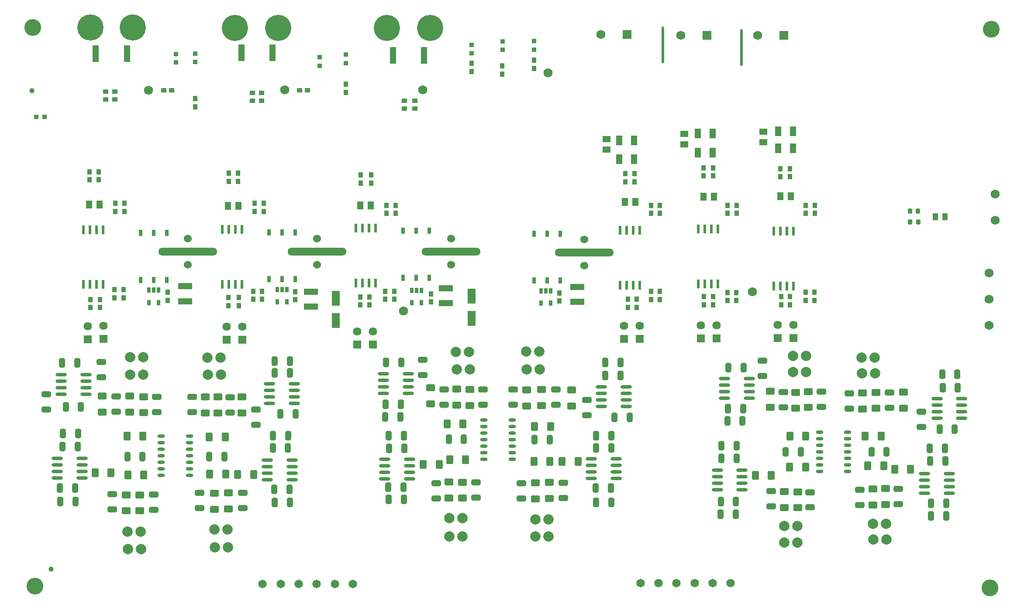
<source format=gbr>
%TF.GenerationSoftware,KiCad,Pcbnew,(5.99.0-10177-gd878cbddbc)*%
%TF.CreationDate,2021-05-19T16:56:41+02:00*%
%TF.ProjectId,PowerMeterDeng,506f7765-724d-4657-9465-7244656e672e,rev?*%
%TF.SameCoordinates,Original*%
%TF.FileFunction,Soldermask,Top*%
%TF.FilePolarity,Negative*%
%FSLAX46Y46*%
G04 Gerber Fmt 4.6, Leading zero omitted, Abs format (unit mm)*
G04 Created by KiCad (PCBNEW (5.99.0-10177-gd878cbddbc)) date 2021-05-19 16:56:41*
%MOMM*%
%LPD*%
G01*
G04 APERTURE LIST*
G04 Aperture macros list*
%AMRoundRect*
0 Rectangle with rounded corners*
0 $1 Rounding radius*
0 $2 $3 $4 $5 $6 $7 $8 $9 X,Y pos of 4 corners*
0 Add a 4 corners polygon primitive as box body*
4,1,4,$2,$3,$4,$5,$6,$7,$8,$9,$2,$3,0*
0 Add four circle primitives for the rounded corners*
1,1,$1+$1,$2,$3*
1,1,$1+$1,$4,$5*
1,1,$1+$1,$6,$7*
1,1,$1+$1,$8,$9*
0 Add four rect primitives between the rounded corners*
20,1,$1+$1,$2,$3,$4,$5,0*
20,1,$1+$1,$4,$5,$6,$7,0*
20,1,$1+$1,$6,$7,$8,$9,0*
20,1,$1+$1,$8,$9,$2,$3,0*%
G04 Aperture macros list end*
%ADD10RoundRect,0.225000X0.225000X0.250000X-0.225000X0.250000X-0.225000X-0.250000X0.225000X-0.250000X0*%
%ADD11RoundRect,0.250000X0.262500X0.450000X-0.262500X0.450000X-0.262500X-0.450000X0.262500X-0.450000X0*%
%ADD12R,0.939800X0.990600*%
%ADD13R,1.625600X1.625600*%
%ADD14C,1.625600*%
%ADD15O,2.200001X0.599999*%
%ADD16C,1.651000*%
%ADD17RoundRect,0.250000X0.400000X0.625000X-0.400000X0.625000X-0.400000X-0.625000X0.400000X-0.625000X0*%
%ADD18RoundRect,0.250000X-0.650000X0.325000X-0.650000X-0.325000X0.650000X-0.325000X0.650000X0.325000X0*%
%ADD19RoundRect,0.249550X-0.650450X0.325450X-0.650450X-0.325450X0.650450X-0.325450X0.650450X0.325450X0*%
%ADD20RoundRect,0.250000X-0.400000X-0.625000X0.400000X-0.625000X0.400000X0.625000X-0.400000X0.625000X0*%
%ADD21RoundRect,0.250000X0.650000X-0.325000X0.650000X0.325000X-0.650000X0.325000X-0.650000X-0.325000X0*%
%ADD22RoundRect,0.249550X0.650450X-0.325450X0.650450X0.325450X-0.650450X0.325450X-0.650450X-0.325450X0*%
%ADD23RoundRect,0.250000X0.625000X-0.400000X0.625000X0.400000X-0.625000X0.400000X-0.625000X-0.400000X0*%
%ADD24RoundRect,0.250000X0.325000X0.650000X-0.325000X0.650000X-0.325000X-0.650000X0.325000X-0.650000X0*%
%ADD25RoundRect,0.249550X0.325450X0.650450X-0.325450X0.650450X-0.325450X-0.650450X0.325450X-0.650450X0*%
%ADD26R,0.990600X0.939800*%
%ADD27R,2.692400X1.295400*%
%ADD28R,0.812800X0.812800*%
%ADD29C,5.080000*%
%ADD30C,1.778000*%
%ADD31RoundRect,0.250000X-0.325000X-0.650000X0.325000X-0.650000X0.325000X0.650000X-0.325000X0.650000X0*%
%ADD32RoundRect,0.249550X-0.325450X-0.650450X0.325450X-0.650450X0.325450X0.650450X-0.325450X0.650450X0*%
%ADD33RoundRect,0.249600X-0.625400X0.400400X-0.625400X-0.400400X0.625400X-0.400400X0.625400X0.400400X0*%
%ADD34RoundRect,0.250000X-0.625000X0.400000X-0.625000X-0.400000X0.625000X-0.400000X0.625000X0.400000X0*%
%ADD35O,0.508000X7.162800*%
%ADD36C,2.000000*%
%ADD37R,1.295400X1.828800*%
%ADD38O,11.430000X1.498600*%
%ADD39C,3.251200*%
%ADD40R,1.210000X3.320000*%
%ADD41R,1.727200X1.727200*%
%ADD42C,1.727200*%
%ADD43R,0.635000X1.270000*%
%ADD44RoundRect,0.249600X0.625400X-0.400400X0.625400X0.400400X-0.625400X0.400400X-0.625400X-0.400400X0*%
%ADD45R,0.635000X1.092200*%
%ADD46R,0.600000X1.800000*%
%ADD47C,0.990600*%
%ADD48R,1.270000X1.600200*%
%ADD49C,1.524000*%
%ADD50R,1.600200X1.270000*%
%ADD51C,1.752600*%
%ADD52O,1.450000X0.599999*%
%ADD53R,1.574800X2.997200*%
G04 APERTURE END LIST*
D10*
%TO.C,C52*%
X251040600Y-56845200D03*
X252590600Y-56845200D03*
%TD*%
%TO.C,C53*%
X251091400Y-58978800D03*
X252641400Y-58978800D03*
%TD*%
D11*
%TO.C,R98*%
X255983100Y-57962800D03*
X257808100Y-57962800D03*
%TD*%
D12*
%TO.C,R4*%
X93786800Y-49199800D03*
X93786800Y-50774600D03*
%TD*%
D13*
%TO.C,J26*%
X228432200Y-81534000D03*
D14*
X228432200Y-78994000D03*
%TD*%
D12*
%TO.C,C43*%
X217459400Y-55727600D03*
X217459400Y-57302400D03*
%TD*%
D15*
%TO.C,U31*%
X148997199Y-88458400D03*
X148997199Y-89728400D03*
X148997199Y-90998400D03*
X148997199Y-92268400D03*
X153797199Y-92268400D03*
X153797199Y-90998400D03*
X153797199Y-89728400D03*
X153797199Y-88458400D03*
%TD*%
D16*
%TO.C,J8*%
X125538695Y-129226300D03*
X129038698Y-129226300D03*
X132538699Y-129226300D03*
X136038700Y-129226300D03*
X139538700Y-129226300D03*
X143038701Y-129226300D03*
%TD*%
D17*
%TO.C,R109*%
X181357200Y-98651200D03*
X178257200Y-98651200D03*
%TD*%
D15*
%TO.C,U29*%
X131228800Y-108991400D03*
X131228800Y-107721400D03*
X131228800Y-106451400D03*
X131228800Y-105181400D03*
X126428800Y-105181400D03*
X126428800Y-106451400D03*
X126428800Y-107721400D03*
X126428800Y-108991400D03*
%TD*%
D13*
%TO.C,J27*%
X225384200Y-81508600D03*
D14*
X225384200Y-78968600D03*
%TD*%
D18*
%TO.C,C196*%
X188422999Y-93518600D03*
D19*
X188422999Y-96468600D03*
%TD*%
D18*
%TO.C,C24*%
X96367600Y-111783000D03*
D19*
X96367600Y-114733000D03*
%TD*%
D20*
%TO.C,R30*%
X99237200Y-100584000D03*
X102337200Y-100584000D03*
%TD*%
D21*
%TO.C,C210*%
X222478600Y-88876400D03*
D22*
X222478600Y-85926400D03*
%TD*%
D20*
%TO.C,R113*%
X178155600Y-105458400D03*
X181255600Y-105458400D03*
%TD*%
D23*
%TO.C,R50*%
X116179600Y-114732400D03*
X116179600Y-111632400D03*
%TD*%
D24*
%TO.C,C222*%
X257913400Y-105333800D03*
D25*
X254963400Y-105333800D03*
%TD*%
D26*
%TO.C,FB6*%
X155051600Y-35458400D03*
X155051600Y-36931600D03*
%TD*%
D25*
%TO.C,C186*%
X118111800Y-104495600D03*
D24*
X115161800Y-104495600D03*
%TD*%
%TO.C,C223*%
X257862600Y-102920800D03*
D25*
X254912600Y-102920800D03*
%TD*%
D18*
%TO.C,C22*%
X105003600Y-92911400D03*
X105003600Y-95861400D03*
%TD*%
D12*
%TO.C,C31*%
X98739800Y-55346600D03*
X98739800Y-56921400D03*
%TD*%
D20*
%TO.C,R112*%
X183609399Y-105433000D03*
X186709399Y-105433000D03*
%TD*%
%TO.C,R42*%
X115188400Y-100736400D03*
X118288400Y-100736400D03*
%TD*%
D24*
%TO.C,C215*%
X260252000Y-88504200D03*
D25*
X257302000Y-88504200D03*
%TD*%
D27*
%TO.C,C25*%
X161096800Y-74726800D03*
X161096800Y-71831200D03*
%TD*%
D28*
%TO.C,D2*%
X108772800Y-27990800D03*
X108772800Y-26365200D03*
%TD*%
D17*
%TO.C,R46*%
X123774800Y-108000800D03*
X120674800Y-108000800D03*
%TD*%
D29*
%TO.C,TP7*%
X149666800Y-21336000D03*
%TD*%
D28*
%TO.C,D6*%
X166049800Y-26212800D03*
X166049800Y-24587200D03*
%TD*%
D30*
%TO.C,TP16*%
X180898800Y-30022800D03*
%TD*%
D17*
%TO.C,R48*%
X118390000Y-107899200D03*
X115290000Y-107899200D03*
%TD*%
D31*
%TO.C,C213*%
X215745800Y-95224600D03*
D32*
X218695800Y-95224600D03*
%TD*%
D33*
%TO.C,R110*%
X179629400Y-91487800D03*
D34*
X179629400Y-94587800D03*
%TD*%
D31*
%TO.C,C204*%
X190194000Y-113434000D03*
D32*
X193144000Y-113434000D03*
%TD*%
D12*
%TO.C,C56*%
X151038400Y-72415400D03*
X151038400Y-73990200D03*
%TD*%
%TO.C,C62*%
X217383200Y-72669400D03*
X217383200Y-74244200D03*
%TD*%
D29*
%TO.C,TP8*%
X158048800Y-21336000D03*
%TD*%
D24*
%TO.C,C202*%
X193144000Y-100454600D03*
D25*
X190194000Y-100454600D03*
%TD*%
D35*
%TO.C,*%
X218399200Y-25069800D03*
%TD*%
D36*
%TO.C,TP29*%
X230886000Y-88061800D03*
X228346000Y-88061800D03*
%TD*%
D13*
%TO.C,J20*%
X146923600Y-82778600D03*
D14*
X146923600Y-80238600D03*
%TD*%
D30*
%TO.C,TP17*%
X220472000Y-72542400D03*
%TD*%
D12*
%TO.C,C38*%
X151292400Y-55727600D03*
X151292400Y-57302400D03*
%TD*%
D37*
%TO.C,R72*%
X209890200Y-41808400D03*
X212785800Y-41808400D03*
%TD*%
D27*
%TO.C,C14*%
X134934800Y-75438000D03*
X134934800Y-72542400D03*
%TD*%
D13*
%TO.C,J21*%
X143875600Y-82778600D03*
D14*
X143875600Y-80238600D03*
%TD*%
D36*
%TO.C,TP21*%
X165684800Y-87602200D03*
X163144800Y-87602200D03*
%TD*%
D12*
%TO.C,C5*%
X107121800Y-74193400D03*
X107121800Y-72618600D03*
%TD*%
%TO.C,R26*%
X146593400Y-49860200D03*
X146593400Y-51435000D03*
%TD*%
%TO.C,R57*%
X178140200Y-27584400D03*
X178140200Y-29159200D03*
%TD*%
D36*
%TO.C,TP15*%
X99364800Y-119049200D03*
X101904800Y-119049200D03*
%TD*%
D23*
%TO.C,R111*%
X176759200Y-94664000D03*
X176759200Y-91564000D03*
%TD*%
D12*
%TO.C,C8*%
X149539800Y-57302400D03*
X149539800Y-55727600D03*
%TD*%
D38*
%TO.C,*%
X111058800Y-64770000D03*
%TD*%
D37*
%TO.C,R84*%
X225511200Y-44627800D03*
X228406800Y-44627800D03*
%TD*%
D34*
%TO.C,R131*%
X241858800Y-92201400D03*
X241858800Y-95301400D03*
%TD*%
D39*
%TO.C,MH2*%
X81381600Y-129641600D03*
%TD*%
D36*
%TO.C,TP33*%
X229260400Y-117982700D03*
X226720400Y-117982700D03*
%TD*%
D40*
%TO.C,R9*%
X121435000Y-26111200D03*
X127485000Y-26111200D03*
%TD*%
D24*
%TO.C,C207*%
X164569000Y-101165800D03*
D25*
X161619000Y-101165800D03*
%TD*%
D20*
%TO.C,R129*%
X242340800Y-100558600D03*
X245440800Y-100558600D03*
%TD*%
D12*
%TO.C,C3*%
X124012800Y-56921400D03*
X124012800Y-55346600D03*
%TD*%
D34*
%TO.C,R36*%
X99060000Y-111937200D03*
D33*
X99060000Y-115037200D03*
%TD*%
D23*
%TO.C,R38*%
X121564400Y-96038000D03*
X121564400Y-92938000D03*
%TD*%
D39*
%TO.C,MH3*%
X266852400Y-21590000D03*
%TD*%
D41*
%TO.C,J15*%
X211693600Y-22758400D03*
D42*
X206613600Y-22758400D03*
%TD*%
D17*
%TO.C,R132*%
X224155600Y-108204000D03*
X221055600Y-108204000D03*
%TD*%
D31*
%TO.C,C212*%
X215644200Y-97586800D03*
D32*
X218594200Y-97586800D03*
%TD*%
D36*
%TO.C,TP22*%
X161740599Y-116456000D03*
X164280599Y-116456000D03*
%TD*%
D12*
%TO.C,C64*%
X215706800Y-74244200D03*
X215706800Y-72669400D03*
%TD*%
D39*
%TO.C,MH2*%
X266547600Y-130048000D03*
%TD*%
D31*
%TO.C,C216*%
X256794000Y-99197600D03*
D32*
X259744000Y-99197600D03*
%TD*%
D24*
%TO.C,C227*%
X229870000Y-103581200D03*
D25*
X226920000Y-103581200D03*
%TD*%
D36*
%TO.C,TP23*%
X164324198Y-119986600D03*
X161784198Y-119986600D03*
%TD*%
D43*
%TO.C,T2*%
X126806800Y-70104000D03*
X129346800Y-70104000D03*
X131886800Y-70104000D03*
X131886800Y-60985400D03*
X129346800Y-60985400D03*
X126806800Y-60985400D03*
%TD*%
D13*
%TO.C,J11*%
X91602400Y-81737200D03*
D14*
X91602400Y-79197200D03*
%TD*%
D44*
%TO.C,R122*%
X161664399Y-112545000D03*
D23*
X161664399Y-109445000D03*
%TD*%
D18*
%TO.C,C164*%
X248742200Y-110793000D03*
D19*
X248742200Y-113743000D03*
%TD*%
D18*
%TO.C,C48*%
X159175199Y-109672400D03*
D19*
X159175199Y-112622400D03*
%TD*%
D27*
%TO.C,C50*%
X186547600Y-74472800D03*
X186547600Y-71577200D03*
%TD*%
D21*
%TO.C,C35*%
X119227600Y-95963000D03*
D22*
X119227600Y-93013000D03*
%TD*%
D18*
%TO.C,C29*%
X104444800Y-111910600D03*
X104444800Y-114860600D03*
%TD*%
D12*
%TO.C,C19*%
X230819800Y-57302400D03*
X230819800Y-55727600D03*
%TD*%
D24*
%TO.C,C191*%
X152440399Y-86223200D03*
D25*
X149490399Y-86223200D03*
%TD*%
D39*
%TO.C,MH1*%
X80975200Y-21183600D03*
%TD*%
D43*
%TO.C,T1*%
X101914800Y-70231000D03*
X104454800Y-70231000D03*
X106994800Y-70231000D03*
X106994800Y-61112400D03*
X104454800Y-61112400D03*
X101914800Y-61112400D03*
%TD*%
D26*
%TO.C,FB5*%
X153019600Y-35458400D03*
X153019600Y-36931600D03*
%TD*%
D15*
%TO.C,U36*%
X215074800Y-89357200D03*
X215074800Y-90627200D03*
X215074800Y-91897200D03*
X215074800Y-93167200D03*
X219874800Y-93167200D03*
X219874800Y-91897200D03*
X219874800Y-90627200D03*
X219874800Y-89357200D03*
%TD*%
D18*
%TO.C,C41*%
X175685199Y-109672400D03*
X175685199Y-112622400D03*
%TD*%
D21*
%TO.C,C158*%
X226517200Y-94947000D03*
D22*
X226517200Y-91997000D03*
%TD*%
D36*
%TO.C,TP35*%
X243916200Y-120624900D03*
X246456200Y-120624900D03*
%TD*%
D45*
%TO.C,U4*%
X130286600Y-72085200D03*
X129346800Y-72085200D03*
X128407000Y-72085200D03*
X128407000Y-74472800D03*
X130286600Y-74472800D03*
%TD*%
D34*
%TO.C,R115*%
X178402999Y-109622800D03*
X178402999Y-112722800D03*
%TD*%
D45*
%TO.C,U10*%
X181391400Y-72339200D03*
X180451600Y-72339200D03*
X179511800Y-72339200D03*
X179511800Y-74726800D03*
X181391400Y-74726800D03*
%TD*%
D46*
%TO.C,U12*%
X213791800Y-60309700D03*
X212521800Y-60309700D03*
X211251800Y-60309700D03*
X209981800Y-60309700D03*
X209981800Y-70969700D03*
X211251800Y-70969700D03*
X212521800Y-70969700D03*
X213791800Y-70969700D03*
%TD*%
D24*
%TO.C,C183*%
X130508800Y-100482400D03*
D25*
X127558800Y-100482400D03*
%TD*%
D24*
%TO.C,C219*%
X217476600Y-102387400D03*
D25*
X214526600Y-102387400D03*
%TD*%
D47*
%TO.C,FID1*%
X80832800Y-33528000D03*
%TD*%
D12*
%TO.C,R12*%
X118932800Y-73634600D03*
X118932800Y-75209400D03*
%TD*%
D47*
%TO.C,FID2*%
X84531200Y-126390400D03*
%TD*%
D16*
%TO.C,J29*%
X198801195Y-129082800D03*
X202301198Y-129082800D03*
X205801199Y-129082800D03*
X209301200Y-129082800D03*
X212801200Y-129082800D03*
X216301201Y-129082800D03*
%TD*%
D24*
%TO.C,C194*%
X194940199Y-86281400D03*
D25*
X191990199Y-86281400D03*
%TD*%
D29*
%TO.C,TP5*%
X128534000Y-21336000D03*
%TD*%
D12*
%TO.C,R3*%
X92135800Y-74015600D03*
X92135800Y-75590400D03*
%TD*%
D45*
%TO.C,U2*%
X105394600Y-72212200D03*
X104454800Y-72212200D03*
X103515000Y-72212200D03*
X103515000Y-74599800D03*
X105394600Y-74599800D03*
%TD*%
D15*
%TO.C,U33*%
X195992199Y-94790400D03*
X195992199Y-93520400D03*
X195992199Y-92250400D03*
X195992199Y-90980400D03*
X191192199Y-90980400D03*
X191192199Y-92250400D03*
X191192199Y-93520400D03*
X191192199Y-94790400D03*
%TD*%
D13*
%TO.C,J18*%
X121599800Y-81838800D03*
D14*
X121599800Y-79298800D03*
%TD*%
D36*
%TO.C,TP53*%
X118719600Y-118668800D03*
X116179600Y-118668800D03*
%TD*%
D21*
%TO.C,C37*%
X113284000Y-114505000D03*
X113284000Y-111555000D03*
%TD*%
D38*
%TO.C,*%
X136077800Y-64770000D03*
%TD*%
D12*
%TO.C,C70*%
X230845200Y-74218800D03*
X230845200Y-72644000D03*
%TD*%
D15*
%TO.C,U28*%
X131686000Y-94208600D03*
X131686000Y-92938600D03*
X131686000Y-91668600D03*
X131686000Y-90398600D03*
X126886000Y-90398600D03*
X126886000Y-91668600D03*
X126886000Y-92938600D03*
X126886000Y-94208600D03*
%TD*%
D31*
%TO.C,C197*%
X193735598Y-96898600D03*
D32*
X196685598Y-96898600D03*
%TD*%
D13*
%TO.C,J22*%
X198688800Y-81661000D03*
D14*
X198688800Y-79121000D03*
%TD*%
D48*
%TO.C,C2*%
X93913800Y-55575200D03*
X91881800Y-55575200D03*
%TD*%
D36*
%TO.C,TP31*%
X241706400Y-85293200D03*
X244246400Y-85293200D03*
%TD*%
D13*
%TO.C,J23*%
X195615400Y-81686400D03*
D14*
X195615400Y-79146400D03*
%TD*%
D12*
%TO.C,R86*%
X225917600Y-48615600D03*
X225917600Y-50190400D03*
%TD*%
D28*
%TO.C,D11*%
X178191000Y-25501600D03*
X178191000Y-23876000D03*
%TD*%
D23*
%TO.C,R118*%
X163195600Y-94537000D03*
D44*
X163195600Y-91437000D03*
%TD*%
D48*
%TO.C,C61*%
X213039800Y-54076600D03*
X211007800Y-54076600D03*
%TD*%
D15*
%TO.C,U37*%
X261075400Y-97089400D03*
X261075400Y-95819400D03*
X261075400Y-94549400D03*
X261075400Y-93279400D03*
X256275400Y-93279400D03*
X256275400Y-94549400D03*
X256275400Y-95819400D03*
X256275400Y-97089400D03*
%TD*%
D13*
%TO.C,J25*%
X210550600Y-81584800D03*
D14*
X210550600Y-79044800D03*
%TD*%
D12*
%TO.C,C54*%
X125460600Y-72415400D03*
X125460600Y-73990200D03*
%TD*%
D20*
%TO.C,R125*%
X227761200Y-100558600D03*
X230861200Y-100558600D03*
%TD*%
D48*
%TO.C,C9*%
X120863200Y-55880000D03*
X118831200Y-55880000D03*
%TD*%
D12*
%TO.C,R7*%
X112455800Y-35026600D03*
X112455800Y-36601400D03*
%TD*%
D27*
%TO.C,C6*%
X110550800Y-74345800D03*
X110550800Y-71450200D03*
%TD*%
D31*
%TO.C,C225*%
X255141200Y-113614200D03*
D32*
X258091200Y-113614200D03*
%TD*%
D25*
%TO.C,C206*%
X181180600Y-101267400D03*
D24*
X178230600Y-101267400D03*
%TD*%
D33*
%TO.C,R126*%
X228879400Y-92049000D03*
D34*
X228879400Y-95149000D03*
%TD*%
D31*
%TO.C,C200*%
X149972999Y-112842400D03*
D32*
X152922999Y-112842400D03*
%TD*%
D23*
%TO.C,R139*%
X243840000Y-113919600D03*
X243840000Y-110819600D03*
%TD*%
D36*
%TO.C,TP52*%
X118795800Y-122097800D03*
X116255800Y-122097800D03*
%TD*%
D31*
%TO.C,C172*%
X87374200Y-94843600D03*
D32*
X90324200Y-94843600D03*
%TD*%
D46*
%TO.C,U3*%
X121539000Y-60411300D03*
X120269000Y-60411300D03*
X118999000Y-60411300D03*
X117729000Y-60411300D03*
X117729000Y-71071300D03*
X118999000Y-71071300D03*
X120269000Y-71071300D03*
X121539000Y-71071300D03*
%TD*%
D30*
%TO.C,TP6*%
X129829400Y-33324800D03*
%TD*%
D49*
%TO.C,C51*%
X187944600Y-67437000D03*
X187944600Y-62357000D03*
%TD*%
D12*
%TO.C,C11*%
X200847800Y-57302400D03*
X200847800Y-55727600D03*
%TD*%
%TO.C,R5*%
X94040800Y-74015600D03*
X94040800Y-75590400D03*
%TD*%
D15*
%TO.C,U38*%
X213703200Y-107111800D03*
X213703200Y-108381800D03*
X213703200Y-109651800D03*
X213703200Y-110921800D03*
X218503200Y-110921800D03*
X218503200Y-109651800D03*
X218503200Y-108381800D03*
X218503200Y-107111800D03*
%TD*%
D23*
%TO.C,R116*%
X158115600Y-94283000D03*
X158115600Y-91183000D03*
%TD*%
D12*
%TO.C,C45*%
X98587400Y-72110600D03*
X98587400Y-73685400D03*
%TD*%
D31*
%TO.C,C220*%
X214323400Y-115671600D03*
D32*
X217273400Y-115671600D03*
%TD*%
D18*
%TO.C,C156*%
X183863999Y-109621600D03*
D19*
X183863999Y-112571600D03*
%TD*%
D15*
%TO.C,U26*%
X86500000Y-88569800D03*
X86500000Y-89839800D03*
X86500000Y-91109800D03*
X86500000Y-92379800D03*
X91300000Y-92379800D03*
X91300000Y-91109800D03*
X91300000Y-89839800D03*
X91300000Y-88569800D03*
%TD*%
D21*
%TO.C,C170*%
X94234000Y-89105000D03*
D22*
X94234000Y-86155000D03*
%TD*%
D34*
%TO.C,R114*%
X181146199Y-109546600D03*
D33*
X181146199Y-112646600D03*
%TD*%
D35*
%TO.C,*%
X203108400Y-24638000D03*
%TD*%
D12*
%TO.C,R77*%
X212912800Y-48463200D03*
X212912800Y-50038000D03*
%TD*%
%TO.C,R55*%
X172018800Y-28676600D03*
X172018800Y-30251400D03*
%TD*%
D21*
%TO.C,C40*%
X160706400Y-94411200D03*
D22*
X160706400Y-91461200D03*
%TD*%
D12*
%TO.C,C13*%
X131886800Y-74066400D03*
X131886800Y-72491600D03*
%TD*%
D24*
%TO.C,C214*%
X260328200Y-91120400D03*
D25*
X257378200Y-91120400D03*
%TD*%
D31*
%TO.C,C224*%
X255166600Y-116001800D03*
D32*
X258116600Y-116001800D03*
%TD*%
D50*
%TO.C,R59*%
X192211800Y-42849800D03*
X192211800Y-44881800D03*
%TD*%
D28*
%TO.C,D1*%
X81671000Y-38608000D03*
X83296600Y-38608000D03*
%TD*%
D15*
%TO.C,U32*%
X149225799Y-104993800D03*
X149225799Y-106263800D03*
X149225799Y-107533800D03*
X149225799Y-108803800D03*
X154025799Y-108803800D03*
X154025799Y-107533800D03*
X154025799Y-106263800D03*
X154025799Y-104993800D03*
%TD*%
D12*
%TO.C,C1*%
X96961800Y-56921400D03*
X96961800Y-55346600D03*
%TD*%
%TO.C,R65*%
X197672800Y-49606200D03*
X197672800Y-51181000D03*
%TD*%
D15*
%TO.C,U39*%
X258699000Y-111633000D03*
X258699000Y-110363000D03*
X258699000Y-109093000D03*
X258699000Y-107823000D03*
X253899000Y-107823000D03*
X253899000Y-109093000D03*
X253899000Y-110363000D03*
X253899000Y-111633000D03*
%TD*%
D49*
%TO.C,C7*%
X111058800Y-67310000D03*
X111058800Y-62230000D03*
%TD*%
D24*
%TO.C,C211*%
X218822800Y-87249000D03*
D25*
X215872800Y-87249000D03*
%TD*%
D26*
%TO.C,FB4*%
X125333600Y-33934400D03*
X125333600Y-35407600D03*
%TD*%
D24*
%TO.C,C171*%
X89613000Y-86309200D03*
D25*
X86663000Y-86309200D03*
%TD*%
D26*
%TO.C,FB2*%
X96885600Y-33680400D03*
X96885600Y-35153600D03*
%TD*%
D12*
%TO.C,R23*%
X144459800Y-73507600D03*
X144459800Y-75082400D03*
%TD*%
D36*
%TO.C,TP26*%
X178402999Y-116710000D03*
X180942999Y-116710000D03*
%TD*%
D21*
%TO.C,C155*%
X168224800Y-94462000D03*
X168224800Y-91512000D03*
%TD*%
D28*
%TO.C,D4*%
X136585800Y-28625800D03*
X136585800Y-27000200D03*
%TD*%
D12*
%TO.C,R15*%
X120964800Y-73634600D03*
X120964800Y-75209400D03*
%TD*%
D31*
%TO.C,C184*%
X127912600Y-113385600D03*
D32*
X130862600Y-113385600D03*
%TD*%
D13*
%TO.C,J10*%
X94650400Y-81686400D03*
D14*
X94650400Y-79146400D03*
%TD*%
D31*
%TO.C,C180*%
X86205800Y-110591600D03*
D32*
X89155800Y-110591600D03*
%TD*%
D34*
%TO.C,R123*%
X164280599Y-109495800D03*
X164280599Y-112595800D03*
%TD*%
D12*
%TO.C,R74*%
X211007800Y-48463200D03*
X211007800Y-50038000D03*
%TD*%
D13*
%TO.C,J19*%
X118577200Y-81813400D03*
D14*
X118577200Y-79273400D03*
%TD*%
D24*
%TO.C,C199*%
X152948399Y-100498000D03*
D25*
X149998399Y-100498000D03*
%TD*%
D48*
%TO.C,C55*%
X197799800Y-55092600D03*
X195767800Y-55092600D03*
%TD*%
D31*
%TO.C,C205*%
X190143200Y-110665400D03*
D32*
X193093200Y-110665400D03*
%TD*%
D36*
%TO.C,TP11*%
X102412800Y-85191600D03*
X99872800Y-85191600D03*
%TD*%
D37*
%TO.C,R85*%
X225511200Y-41402000D03*
X228406800Y-41402000D03*
%TD*%
D18*
%TO.C,C177*%
X124206000Y-95400600D03*
D19*
X124206000Y-98350600D03*
%TD*%
D50*
%TO.C,R83*%
X222615600Y-41478200D03*
X222615600Y-43510200D03*
%TD*%
D34*
%TO.C,R134*%
X226669600Y-111301900D03*
D33*
X226669600Y-114401900D03*
%TD*%
D28*
%TO.C,D3*%
X112455800Y-26289000D03*
X112455800Y-27914600D03*
%TD*%
%TO.C,D9*%
X172095000Y-23901400D03*
X172095000Y-25527000D03*
%TD*%
D36*
%TO.C,TP28*%
X228346000Y-84963000D03*
X230886000Y-84963000D03*
%TD*%
D30*
%TO.C,TP9*%
X152816400Y-76225400D03*
%TD*%
D18*
%TO.C,C163*%
X231698800Y-111427700D03*
X231698800Y-114377700D03*
%TD*%
D12*
%TO.C,C67*%
X232521600Y-72644000D03*
X232521600Y-74218800D03*
%TD*%
D13*
%TO.C,J24*%
X213598600Y-81559400D03*
D14*
X213598600Y-79019400D03*
%TD*%
D36*
%TO.C,TP20*%
X163043200Y-84198600D03*
X165583200Y-84198600D03*
%TD*%
D12*
%TO.C,R63*%
X195894800Y-49606200D03*
X195894800Y-51181000D03*
%TD*%
D34*
%TO.C,R124*%
X223951800Y-91820400D03*
X223951800Y-94920400D03*
%TD*%
D46*
%TO.C,U11*%
X198653400Y-60563700D03*
X197383400Y-60563700D03*
X196113400Y-60563700D03*
X194843400Y-60563700D03*
X194843400Y-71223700D03*
X196113400Y-71223700D03*
X197383400Y-71223700D03*
X198653400Y-71223700D03*
%TD*%
D12*
%TO.C,R64*%
X196402800Y-73990200D03*
X196402800Y-75565000D03*
%TD*%
D20*
%TO.C,R120*%
X156659399Y-106093400D03*
X159759399Y-106093400D03*
%TD*%
D25*
%TO.C,C226*%
X246534200Y-103632000D03*
D24*
X243584200Y-103632000D03*
%TD*%
D12*
%TO.C,R75*%
X211134800Y-73482200D03*
X211134800Y-75057000D03*
%TD*%
D30*
%TO.C,TP10*%
X156575600Y-33350200D03*
%TD*%
D17*
%TO.C,R137*%
X245948800Y-106324400D03*
X242848800Y-106324400D03*
%TD*%
D36*
%TO.C,TP24*%
X176632200Y-84147800D03*
X179172200Y-84147800D03*
%TD*%
%TO.C,TP51*%
X114909600Y-88646000D03*
X117449600Y-88646000D03*
%TD*%
D26*
%TO.C,FB3*%
X123555600Y-33934400D03*
X123555600Y-35407600D03*
%TD*%
D24*
%TO.C,C174*%
X130810000Y-88265000D03*
D25*
X127860000Y-88265000D03*
%TD*%
D23*
%TO.C,R135*%
X229285800Y-114452700D03*
X229285800Y-111352700D03*
%TD*%
D31*
%TO.C,C185*%
X127811000Y-110896400D03*
D32*
X130761000Y-110896400D03*
%TD*%
D24*
%TO.C,C182*%
X130456200Y-102819200D03*
D25*
X127506200Y-102819200D03*
%TD*%
D51*
%TO.C,J30*%
X266395200Y-68884800D03*
X266395200Y-73964800D03*
X266395200Y-79044800D03*
%TD*%
D29*
%TO.C,TP4*%
X120202800Y-21336000D03*
%TD*%
D34*
%TO.C,R32*%
X102463600Y-92887200D03*
X102463600Y-95987200D03*
%TD*%
D17*
%TO.C,R117*%
X164390000Y-98168600D03*
X161290000Y-98168600D03*
%TD*%
D37*
%TO.C,R61*%
X194701000Y-46786800D03*
X197596600Y-46786800D03*
%TD*%
D12*
%TO.C,C12*%
X123733400Y-73990200D03*
X123733400Y-72415400D03*
%TD*%
D21*
%TO.C,C21*%
X97129600Y-95810600D03*
D22*
X97129600Y-92860600D03*
%TD*%
D36*
%TO.C,TP30*%
X244297200Y-88341200D03*
X241757200Y-88341200D03*
%TD*%
D23*
%TO.C,R43*%
X116840000Y-96038000D03*
D44*
X116840000Y-92938000D03*
%TD*%
D15*
%TO.C,U34*%
X194069000Y-108735000D03*
X194069000Y-107465000D03*
X194069000Y-106195000D03*
X194069000Y-104925000D03*
X189269000Y-104925000D03*
X189269000Y-106195000D03*
X189269000Y-107465000D03*
X189269000Y-108735000D03*
%TD*%
D52*
%TO.C,U25*%
X105885399Y-100584000D03*
X105885399Y-101854000D03*
X105885399Y-103124000D03*
X105885399Y-104394000D03*
X105885399Y-105664000D03*
X105885399Y-106934000D03*
X105885399Y-108204000D03*
X111335398Y-108204000D03*
X111335398Y-106934000D03*
X111335398Y-105664000D03*
X111335398Y-104394000D03*
X111335398Y-103124000D03*
X111335398Y-101854000D03*
X111335398Y-100584000D03*
%TD*%
D12*
%TO.C,R66*%
X198053800Y-73990200D03*
X198053800Y-75565000D03*
%TD*%
D17*
%TO.C,R35*%
X102489600Y-108102400D03*
X99389600Y-108102400D03*
%TD*%
D31*
%TO.C,C201*%
X149896799Y-110454800D03*
D32*
X152846799Y-110454800D03*
%TD*%
D31*
%TO.C,C192*%
X149337999Y-96789600D03*
D32*
X152287999Y-96789600D03*
%TD*%
D18*
%TO.C,C173*%
X83616800Y-92403400D03*
D19*
X83616800Y-95353400D03*
%TD*%
D53*
%TO.C,C28*%
X166024400Y-73329800D03*
X166024400Y-77698600D03*
%TD*%
D12*
%TO.C,R25*%
X146237800Y-73507600D03*
X146237800Y-75082400D03*
%TD*%
D29*
%TO.C,TP1*%
X92135800Y-21209000D03*
%TD*%
D37*
%TO.C,R60*%
X194701000Y-43103800D03*
X197596600Y-43103800D03*
%TD*%
D38*
%TO.C,*%
X187944600Y-64897000D03*
%TD*%
D30*
%TO.C,TP3*%
X103438800Y-33401000D03*
%TD*%
D15*
%TO.C,U27*%
X85738000Y-104825800D03*
X85738000Y-106095800D03*
X85738000Y-107365800D03*
X85738000Y-108635800D03*
X90538000Y-108635800D03*
X90538000Y-107365800D03*
X90538000Y-106095800D03*
X90538000Y-104825800D03*
%TD*%
D12*
%TO.C,C49*%
X183118600Y-74320400D03*
X183118600Y-72745600D03*
%TD*%
%TO.C,R24*%
X144561400Y-49860200D03*
X144561400Y-51435000D03*
%TD*%
D48*
%TO.C,C18*%
X146466400Y-55727600D03*
X144434400Y-55727600D03*
%TD*%
D44*
%TO.C,R49*%
X118922800Y-114681600D03*
D23*
X118922800Y-111581600D03*
%TD*%
%TO.C,R130*%
X244449600Y-95149000D03*
D44*
X244449600Y-92049000D03*
%TD*%
D29*
%TO.C,TP2*%
X100390800Y-21209000D03*
%TD*%
D52*
%TO.C,U30*%
X168446199Y-97406600D03*
X168446199Y-98676600D03*
X168446199Y-99946600D03*
X168446199Y-101216600D03*
X168446199Y-102486600D03*
X168446199Y-103756600D03*
X168446199Y-105026600D03*
X173896198Y-105026600D03*
X173896198Y-103756600D03*
X173896198Y-102486600D03*
X173896198Y-101216600D03*
X173896198Y-99946600D03*
X173896198Y-98676600D03*
X173896198Y-97406600D03*
%TD*%
D48*
%TO.C,C68*%
X227949600Y-53975000D03*
X225917600Y-53975000D03*
%TD*%
D26*
%TO.C,FB1*%
X95107600Y-33680400D03*
X95107600Y-35153600D03*
%TD*%
D12*
%TO.C,C42*%
X202575000Y-55727600D03*
X202575000Y-57302400D03*
%TD*%
D21*
%TO.C,C160*%
X239318800Y-95175600D03*
X239318800Y-92225600D03*
%TD*%
%TO.C,C161*%
X247065800Y-95023200D03*
D22*
X247065800Y-92073200D03*
%TD*%
D12*
%TO.C,R33*%
X166049800Y-28168600D03*
X166049800Y-29743400D03*
%TD*%
D19*
%TO.C,C36*%
X121666000Y-111555000D03*
X121666000Y-114505000D03*
%TD*%
D51*
%TO.C,J17*%
X267563600Y-58623200D03*
X267563600Y-53543200D03*
%TD*%
D17*
%TO.C,R136*%
X251180600Y-106959400D03*
X248080600Y-106959400D03*
%TD*%
D21*
%TO.C,C190*%
X156558999Y-88670800D03*
D22*
X156558999Y-85720800D03*
%TD*%
D18*
%TO.C,C217*%
X253267000Y-95837700D03*
D19*
X253267000Y-98787700D03*
%TD*%
D41*
%TO.C,J16*%
X226603400Y-22758400D03*
D42*
X221523400Y-22758400D03*
%TD*%
D46*
%TO.C,U1*%
X94615000Y-60462100D03*
X93345000Y-60462100D03*
X92075000Y-60462100D03*
X90805000Y-60462100D03*
X90805000Y-71122100D03*
X92075000Y-71122100D03*
X93345000Y-71122100D03*
X94615000Y-71122100D03*
%TD*%
D31*
%TO.C,C221*%
X214374200Y-113233200D03*
D32*
X217324200Y-113233200D03*
%TD*%
D12*
%TO.C,C17*%
X215706800Y-57302400D03*
X215706800Y-55727600D03*
%TD*%
D21*
%TO.C,C34*%
X111861600Y-95912200D03*
X111861600Y-92962200D03*
%TD*%
D18*
%TO.C,C162*%
X224180400Y-111249900D03*
D19*
X224180400Y-114199900D03*
%TD*%
D24*
%TO.C,C175*%
X130811800Y-85953600D03*
D25*
X127861800Y-85953600D03*
%TD*%
D12*
%TO.C,C23*%
X158201200Y-74498200D03*
X158201200Y-72923400D03*
%TD*%
D41*
%TO.C,J14*%
X196225000Y-22555200D03*
D42*
X191145000Y-22555200D03*
%TD*%
D34*
%TO.C,R29*%
X94437200Y-92785600D03*
X94437200Y-95885600D03*
%TD*%
D23*
%TO.C,R37*%
X101752400Y-115037200D03*
X101752400Y-111937200D03*
%TD*%
D20*
%TO.C,R121*%
X161816199Y-105128200D03*
X164916199Y-105128200D03*
%TD*%
D34*
%TO.C,R45*%
X114401600Y-92938000D03*
X114401600Y-96038000D03*
%TD*%
D17*
%TO.C,R34*%
X96139600Y-107645200D03*
X93039600Y-107645200D03*
%TD*%
D36*
%TO.C,TP32*%
X229209600Y-121208800D03*
X226669600Y-121208800D03*
%TD*%
D12*
%TO.C,R14*%
X120736200Y-49504600D03*
X120736200Y-51079400D03*
%TD*%
D38*
%TO.C,*%
X162112800Y-64770000D03*
%TD*%
D12*
%TO.C,C33*%
X125790800Y-55346600D03*
X125790800Y-56921400D03*
%TD*%
D18*
%TO.C,C39*%
X174066800Y-91461200D03*
X174066800Y-94411200D03*
%TD*%
D21*
%TO.C,C157*%
X166922199Y-112495400D03*
X166922199Y-109545400D03*
%TD*%
%TO.C,C165*%
X241350800Y-113895400D03*
X241350800Y-110945400D03*
%TD*%
D12*
%TO.C,C57*%
X200847800Y-74041000D03*
X200847800Y-72466200D03*
%TD*%
D50*
%TO.C,R71*%
X207274000Y-41833800D03*
X207274000Y-43865800D03*
%TD*%
D34*
%TO.C,R127*%
X231368600Y-91896600D03*
X231368600Y-94996600D03*
%TD*%
D36*
%TO.C,TP27*%
X180968399Y-120062800D03*
X178428399Y-120062800D03*
%TD*%
D53*
%TO.C,C16*%
X139760800Y-73761600D03*
X139760800Y-78130400D03*
%TD*%
D24*
%TO.C,C203*%
X193144000Y-102816800D03*
D25*
X190194000Y-102816800D03*
%TD*%
D12*
%TO.C,C20*%
X149311200Y-73990200D03*
X149311200Y-72415400D03*
%TD*%
%TO.C,C44*%
X232572400Y-55727600D03*
X232572400Y-57302400D03*
%TD*%
D44*
%TO.C,R138*%
X246329200Y-113843400D03*
D23*
X246329200Y-110743400D03*
%TD*%
D26*
%TO.C,R19*%
X134249000Y-33401000D03*
X132674200Y-33401000D03*
%TD*%
D28*
%TO.C,D5*%
X141665800Y-26492200D03*
X141665800Y-28117800D03*
%TD*%
D40*
%TO.C,R1*%
X93190200Y-26263600D03*
X99240200Y-26263600D03*
%TD*%
D46*
%TO.C,U5*%
X147447000Y-60157300D03*
X146177000Y-60157300D03*
X144907000Y-60157300D03*
X143637000Y-60157300D03*
X143637000Y-70817300D03*
X144907000Y-70817300D03*
X146177000Y-70817300D03*
X147447000Y-70817300D03*
%TD*%
D21*
%TO.C,C154*%
X182398000Y-94462000D03*
D22*
X182398000Y-91512000D03*
%TD*%
D52*
%TO.C,U35*%
X233513201Y-99771200D03*
X233513201Y-101041200D03*
X233513201Y-102311200D03*
X233513201Y-103581200D03*
X233513201Y-104851200D03*
X233513201Y-106121200D03*
X233513201Y-107391200D03*
X238963200Y-107391200D03*
X238963200Y-106121200D03*
X238963200Y-104851200D03*
X238963200Y-103581200D03*
X238963200Y-102311200D03*
X238963200Y-101041200D03*
X238963200Y-99771200D03*
%TD*%
D34*
%TO.C,R108*%
X185471400Y-91589400D03*
X185471400Y-94689400D03*
%TD*%
D37*
%TO.C,R73*%
X209890200Y-45491400D03*
X212785800Y-45491400D03*
%TD*%
D12*
%TO.C,R88*%
X227771800Y-73482200D03*
X227771800Y-75057000D03*
%TD*%
%TO.C,R2*%
X92008800Y-49199800D03*
X92008800Y-50774600D03*
%TD*%
%TO.C,R78*%
X212912800Y-73482200D03*
X212912800Y-75057000D03*
%TD*%
D24*
%TO.C,C179*%
X89714600Y-102616000D03*
D25*
X86764600Y-102616000D03*
%TD*%
D12*
%TO.C,C4*%
X96834800Y-73685400D03*
X96834800Y-72110600D03*
%TD*%
D31*
%TO.C,C181*%
X86307400Y-113284000D03*
D32*
X89257400Y-113284000D03*
%TD*%
D33*
%TO.C,R31*%
X99771200Y-92785600D03*
D34*
X99771200Y-95885600D03*
%TD*%
D45*
%TO.C,U6*%
X156321600Y-72288400D03*
X155381800Y-72288400D03*
X154442000Y-72288400D03*
X154442000Y-74676000D03*
X156321600Y-74676000D03*
%TD*%
D36*
%TO.C,TP12*%
X99822000Y-88646000D03*
X102362000Y-88646000D03*
%TD*%
D24*
%TO.C,C198*%
X153024599Y-102885600D03*
D25*
X150074599Y-102885600D03*
%TD*%
D12*
%TO.C,R11*%
X118958200Y-49504600D03*
X118958200Y-51079400D03*
%TD*%
%TO.C,R21*%
X141665800Y-32232600D03*
X141665800Y-33807400D03*
%TD*%
D36*
%TO.C,TP34*%
X243865400Y-117602000D03*
X246405400Y-117602000D03*
%TD*%
%TO.C,TP50*%
X114858800Y-85344000D03*
X117398800Y-85344000D03*
%TD*%
D49*
%TO.C,C15*%
X136077800Y-67310000D03*
X136077800Y-62230000D03*
%TD*%
D26*
%TO.C,R6*%
X107909200Y-33401000D03*
X106334400Y-33401000D03*
%TD*%
D46*
%TO.C,U14*%
X228422200Y-60766900D03*
X227152200Y-60766900D03*
X225882200Y-60766900D03*
X224612200Y-60766900D03*
X224612200Y-71426900D03*
X225882200Y-71426900D03*
X227152200Y-71426900D03*
X228422200Y-71426900D03*
%TD*%
D17*
%TO.C,R133*%
X230835800Y-106578400D03*
X227735800Y-106578400D03*
%TD*%
D18*
%TO.C,C159*%
X233857800Y-91946200D03*
X233857800Y-94896200D03*
%TD*%
D40*
%TO.C,R22*%
X150797400Y-26670000D03*
X156847400Y-26670000D03*
%TD*%
D24*
%TO.C,C178*%
X89765400Y-100025200D03*
D25*
X86815400Y-100025200D03*
%TD*%
D12*
%TO.C,R89*%
X227822600Y-48615600D03*
X227822600Y-50190400D03*
%TD*%
D36*
%TO.C,TP13*%
X101955600Y-122504200D03*
X99415600Y-122504200D03*
%TD*%
D24*
%TO.C,C195*%
X194940199Y-88796000D03*
D25*
X191990199Y-88796000D03*
%TD*%
D12*
%TO.C,R87*%
X226120800Y-73482200D03*
X226120800Y-75057000D03*
%TD*%
D31*
%TO.C,C193*%
X149388799Y-94376600D03*
D32*
X152338799Y-94376600D03*
%TD*%
D43*
%TO.C,T3*%
X152740200Y-69799200D03*
X155280200Y-69799200D03*
X157820200Y-69799200D03*
X157820200Y-60680600D03*
X155280200Y-60680600D03*
X152740200Y-60680600D03*
%TD*%
D31*
%TO.C,C176*%
X128979400Y-96215200D03*
D32*
X131929400Y-96215200D03*
%TD*%
D23*
%TO.C,R128*%
X249758200Y-95098200D03*
X249758200Y-91998200D03*
%TD*%
D43*
%TO.C,T5*%
X178165600Y-70358000D03*
X180705600Y-70358000D03*
X183245600Y-70358000D03*
X183245600Y-61239400D03*
X180705600Y-61239400D03*
X178165600Y-61239400D03*
%TD*%
D12*
%TO.C,C60*%
X202575000Y-72466200D03*
X202575000Y-74041000D03*
%TD*%
D24*
%TO.C,C187*%
X102262200Y-104495600D03*
D25*
X99312200Y-104495600D03*
%TD*%
D36*
%TO.C,TP25*%
X176708400Y-87602200D03*
X179248400Y-87602200D03*
%TD*%
D23*
%TO.C,R119*%
X165735600Y-94587800D03*
X165735600Y-91487800D03*
%TD*%
D49*
%TO.C,C26*%
X162112800Y-67310000D03*
X162112800Y-62230000D03*
%TD*%
D24*
%TO.C,C218*%
X217476600Y-104876600D03*
D25*
X214526600Y-104876600D03*
%TD*%
M02*

</source>
